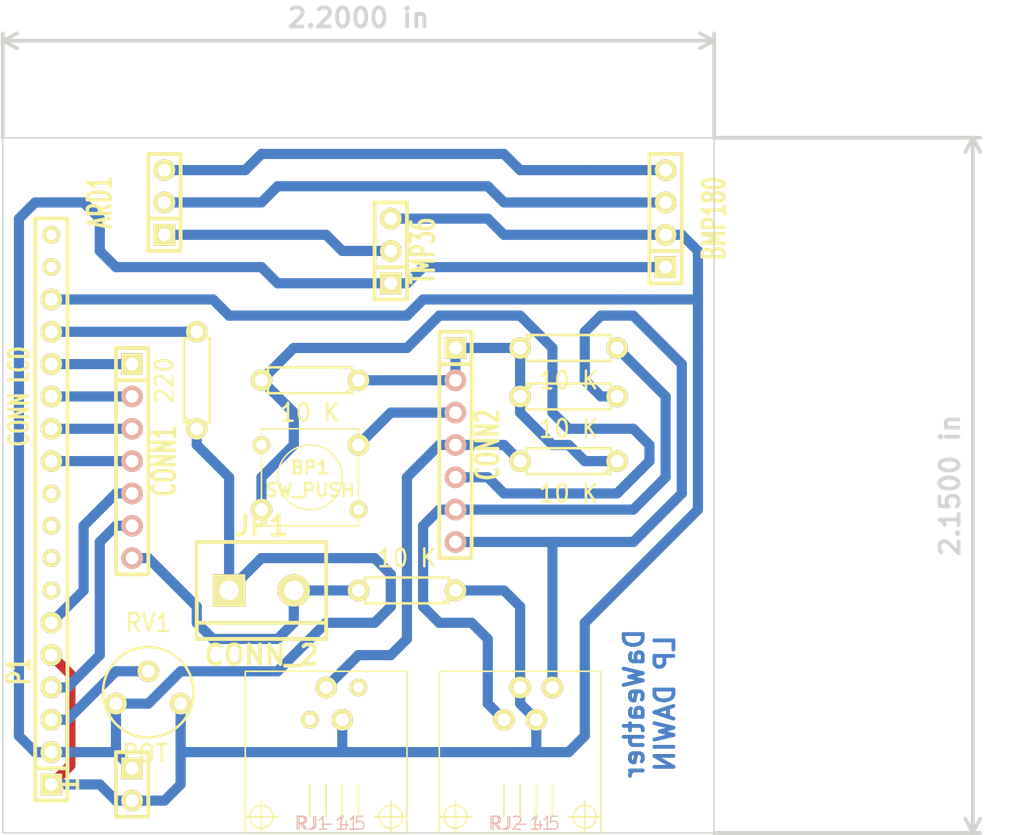
<source format=kicad_pcb>

(kicad_pcb
  (version 20171130)
  (host pcbnew "(5.1.12)-1")
  (general
    (thickness 1.6)
    (drawings 7)
    (tracks 175)
    (zones 0)
    (modules 18)
    (nets 21))
  (page A3)
  (layers
    (0 Dessus.Cu signal)
    (31 Dessous.Cu signal)
    (32 B.Adhes user)
    (33 F.Adhes user)
    (34 B.Paste user)
    (35 F.Paste user)
    (36 B.SilkS user)
    (37 F.SilkS user)
    (38 B.Mask user)
    (39 F.Mask user)
    (40 Dwgs.User user)
    (41 Cmts.User user)
    (42 Eco1.User user)
    (43 Eco2.User user)
    (44 Edge.Cuts user))
  (setup
    (last_trace_width 0.8)
    (trace_clearance 0.254)
    (zone_clearance 0.508)
    (zone_45_only no)
    (trace_min 0.254)
    (via_size 0.889)
    (via_drill 0.635)
    (via_min_size 0.889)
    (via_min_drill 0.508)
    (uvia_size 0.508)
    (uvia_drill 0.127)
    (uvias_allowed no)
    (uvia_min_size 0.508)
    (uvia_min_drill 0.127)
    (edge_width 0.1)
    (segment_width 0.2)
    (pcb_text_width 0.3)
    (pcb_text_size 1.5 1.5)
    (mod_edge_width 0.15)
    (mod_text_size 1 1)
    (mod_text_width 0.15)
    (pad_size 1.7 1.7)
    (pad_drill 1)
    (pad_to_mask_clearance 0)
    (aux_axis_origin 0 0)
    (visible_elements 7FFFFFFF)
    (pcbplotparams
      (layerselection 0x00030_ffffffff)
      (usegerberextensions true)
      (usegerberattributes true)
      (usegerberadvancedattributes true)
      (creategerberjobfile true)
      (excludeedgelayer true)
      (linewidth 0.15)
      (plotframeref false)
      (viasonmask false)
      (mode 1)
      (useauxorigin false)
      (hpglpennumber 1)
      (hpglpenspeed 20)
      (hpglpendiameter 15.0)
      (psnegative false)
      (psa4output false)
      (plotreference true)
      (plotvalue true)
      (plotinvisibletext false)
      (padsonsilk false)
      (subtractmaskfromsilk false)
      (outputformat 1)
      (mirror false)
      (drillshape 1)
      (scaleselection 1)
      (outputdirectory "")))
  (net 0 "")
  (net 1 N-000001)
  (net 2 N-0000010)
  (net 3 N-0000011)
  (net 4 N-0000012)
  (net 5 N-0000013)
  (net 6 N-0000015)
  (net 7 N-0000016)
  (net 8 N-0000017)
  (net 9 N-0000018)
  (net 10 N-0000019)
  (net 11 N-000002)
  (net 12 N-0000020)
  (net 13 N-0000021)
  (net 14 N-0000022)
  (net 15 N-0000027)
  (net 16 N-000003)
  (net 17 N-000004)
  (net 18 N-000005)
  (net 19 N-000006)
  (net 20 N-000009)
  (net_class Default "Ceci est la Netclass par défaut"
    (clearance 0.254)
    (trace_width 0.8)
    (via_dia 0.889)
    (via_drill 0.635)
    (uvia_dia 0.508)
    (uvia_drill 0.127)
    (add_net N-000001)
    (add_net N-0000010)
    (add_net N-0000011)
    (add_net N-0000012)
    (add_net N-0000013)
    (add_net N-0000015)
    (add_net N-0000016)
    (add_net N-0000017)
    (add_net N-0000018)
    (add_net N-0000019)
    (add_net N-000002)
    (add_net N-0000020)
    (add_net N-0000021)
    (add_net N-0000022)
    (add_net N-0000027)
    (add_net N-000003)
    (add_net N-000004)
    (add_net N-000005)
    (add_net N-000006)
    (add_net N-000009))
  (module SW_PUSH_SMALL
    (layer Dessus.Cu)
    (tedit 54C9627A)
    (tstamp 54C90043)
    (at 97.79 81.28)
    (path /54C8C291)
    (fp_text reference BP1
      (at 0 -0.762)
      (layer F.SilkS)
      (effects
        (font
          (size 1.016 1.016)
          (thickness 0.2032))))
    (fp_text value SW_PUSH
      (at 0 1.016)
      (layer F.SilkS)
      (effects
        (font
          (size 1.016 1.016)
          (thickness 0.2032))))
    (fp_line
      (start -3.81 -3.81)
      (end -3.81 3.81)
      (layer F.SilkS)
      (width 0.127))
    (fp_line
      (start 3.81 3.81)
      (end -3.81 3.81)
      (layer F.SilkS)
      (width 0.127))
    (fp_line
      (start 3.81 -3.81)
      (end 3.81 3.81)
      (layer F.SilkS)
      (width 0.127))
    (fp_line
      (start -3.81 -3.81)
      (end 3.81 -3.81)
      (layer F.SilkS)
      (width 0.127))
    (fp_circle
      (center 0 0)
      (end 0 -2.54)
      (layer F.SilkS)
      (width 0.127))
    (pad 1 thru_hole circle
      (at 3.81 -2.54)
      (size 1.7 1.7)
      (drill 1)
      (layers *.Cu *.Mask F.SilkS)
      (net 18 N-000005))
    (pad 2 thru_hole circle
      (at 3.81 2.54)
      (size 1.397 1.397)
      (drill 0.8128)
      (layers *.Cu *.Mask F.SilkS))
    (pad 1 thru_hole circle
      (at -3.81 -2.54)
      (size 1.397 1.397)
      (drill 0.8128)
      (layers *.Cu *.Mask F.SilkS))
    (pad 2 thru_hole circle
      (at -3.81 2.54)
      (size 1.7 1.7)
      (drill 1)
      (layers *.Cu *.Mask F.SilkS)
      (net 11 N-000002)))
  (module SIL-7
    (layer Dessus.Cu)
    (tedit 54C96456)
    (tstamp 54C90055)
    (at 109.22 78.74 270)
    (descr "Connecteur 7 pins")
    (tags "CONN DEV")
    (path /54C8DBB2)
    (fp_text reference CONN2
      (at 0 -2.54 270)
      (layer F.SilkS)
      (effects
        (font
          (size 1.72974 1.08712)
          (thickness 0.3048))))
    (fp_text value CONN_7
      (at 0 2.54 270)
      (layer F.SilkS) hide
      (effects
        (font
          (size 1.524 1.016)
          (thickness 0.3048))))
    (fp_line
      (start -6.35 1.27)
      (end -6.35 -1.27)
      (layer F.SilkS)
      (width 0.3048))
    (fp_line
      (start -6.35 1.27)
      (end -6.35 1.27)
      (layer F.SilkS)
      (width 0.3048))
    (fp_line
      (start -8.89 1.27)
      (end -8.89 -1.27)
      (layer F.SilkS)
      (width 0.3048))
    (fp_line
      (start 8.89 1.27)
      (end -8.89 1.27)
      (layer F.SilkS)
      (width 0.3048))
    (fp_line
      (start 8.89 -1.27)
      (end 8.89 1.27)
      (layer F.SilkS)
      (width 0.3048))
    (fp_line
      (start -8.89 -1.27)
      (end 8.89 -1.27)
      (layer F.SilkS)
      (width 0.3048))
    (fp_line
      (start -8.89 -1.27)
      (end -8.89 -1.27)
      (layer F.SilkS)
      (width 0.3048))
    (pad 1 thru_hole rect
      (at -7.62 0 270)
      (size 1.7 1.7)
      (drill 1)
      (layers *.Cu *.Mask F.SilkS)
      (net 10 N-0000019))
    (pad 2 thru_hole circle
      (at -5.08 0 270)
      (size 1.7 1.7)
      (drill 1)
      (layers *.Cu *.SilkS *.Mask)
      (net 10 N-0000019))
    (pad 3 thru_hole circle
      (at -2.54 0 270)
      (size 1.7 1.7)
      (drill 1)
      (layers *.Cu *.SilkS *.Mask)
      (net 18 N-000005))
    (pad 4 thru_hole circle
      (at 0 0 270)
      (size 1.7 1.7)
      (drill 1)
      (layers *.Cu *.SilkS *.Mask)
      (net 17 N-000004))
    (pad 5 thru_hole circle
      (at 2.54 0 270)
      (size 1.7 1.7)
      (drill 1)
      (layers *.Cu *.SilkS *.Mask)
      (net 11 N-000002))
    (pad 6 thru_hole circle
      (at 5.08 0 270)
      (size 1.7 1.7)
      (drill 1)
      (layers *.Cu *.SilkS *.Mask)
      (net 1 N-000001))
    (pad 7 thru_hole circle
      (at 7.62 0 270)
      (size 1.7 1.7)
      (drill 1)
      (layers *.Cu *.SilkS *.Mask)
      (net 16 N-000003)))
  (module SIL-7
    (layer Dessus.Cu)
    (tedit 54C962FA)
    (tstamp 54C90067)
    (at 83.82 80.01 270)
    (descr "Connecteur 7 pins")
    (tags "CONN DEV")
    (path /54C8D248)
    (fp_text reference CONN1
      (at 0 -2.54 270)
      (layer F.SilkS)
      (effects
        (font
          (size 1.72974 1.08712)
          (thickness 0.3048))))
    (fp_text value CONN_7
      (at 0 -2.54 270)
      (layer F.SilkS) hide
      (effects
        (font
          (size 1.524 1.016)
          (thickness 0.3048))))
    (fp_line
      (start -6.35 1.27)
      (end -6.35 -1.27)
      (layer F.SilkS)
      (width 0.3048))
    (fp_line
      (start -6.35 1.27)
      (end -6.35 1.27)
      (layer F.SilkS)
      (width 0.3048))
    (fp_line
      (start -8.89 1.27)
      (end -8.89 -1.27)
      (layer F.SilkS)
      (width 0.3048))
    (fp_line
      (start 8.89 1.27)
      (end -8.89 1.27)
      (layer F.SilkS)
      (width 0.3048))
    (fp_line
      (start 8.89 -1.27)
      (end 8.89 1.27)
      (layer F.SilkS)
      (width 0.3048))
    (fp_line
      (start -8.89 -1.27)
      (end 8.89 -1.27)
      (layer F.SilkS)
      (width 0.3048))
    (fp_line
      (start -8.89 -1.27)
      (end -8.89 -1.27)
      (layer F.SilkS)
      (width 0.3048))
    (pad 1 thru_hole rect
      (at -7.62 0 270)
      (size 1.7 1.7)
      (drill 1)
      (layers *.Cu *.Mask F.SilkS)
      (net 7 N-0000016))
    (pad 2 thru_hole circle
      (at -5.08 0 270)
      (size 1.7 1.7)
      (drill 1)
      (layers *.Cu *.SilkS *.Mask)
      (net 8 N-0000017))
    (pad 3 thru_hole circle
      (at -2.54 0 270)
      (size 1.7 1.7)
      (drill 1)
      (layers *.Cu *.SilkS *.Mask)
      (net 15 N-0000027))
    (pad 4 thru_hole circle
      (at 0 0 270)
      (size 1.7 1.7)
      (drill 1)
      (layers *.Cu *.SilkS *.Mask)
      (net 9 N-0000018))
    (pad 5 thru_hole circle
      (at 2.54 0 270)
      (size 1.7 1.7)
      (drill 1)
      (layers *.Cu *.SilkS *.Mask)
      (net 14 N-0000022))
    (pad 6 thru_hole circle
      (at 5.08 0 270)
      (size 1.7 1.7)
      (drill 1)
      (layers *.Cu *.SilkS *.Mask)
      (net 4 N-0000012))
    (pad 7 thru_hole circle
      (at 7.62 0 270)
      (size 1.7 1.7)
      (drill 1)
      (layers *.Cu *.SilkS *.Mask)
      (net 6 N-0000015)))
  (module SIL-4
    (layer Dessus.Cu)
    (tedit 54C961F0)
    (tstamp 54C90076)
    (at 125.73 60.96 90)
    (descr "Connecteur 4 pibs")
    (tags "CONN DEV")
    (path /54C8F200)
    (fp_text reference BMP180
      (at 0 3.81 90)
      (layer F.SilkS)
      (effects
        (font
          (size 1.73482 1.08712)
          (thickness 0.3048))))
    (fp_text value CONN_4
      (at 0 -2.54 90)
      (layer F.SilkS) hide
      (effects
        (font
          (size 1.524 1.016)
          (thickness 0.3048))))
    (fp_line
      (start -2.54 1.27)
      (end -2.54 -1.27)
      (layer F.SilkS)
      (width 0.3048))
    (fp_line
      (start 5.08 1.27)
      (end -5.08 1.27)
      (layer F.SilkS)
      (width 0.3048))
    (fp_line
      (start 5.08 -1.27)
      (end 5.08 1.27)
      (layer F.SilkS)
      (width 0.3048))
    (fp_line
      (start -5.08 -1.27)
      (end 5.08 -1.27)
      (layer F.SilkS)
      (width 0.3048))
    (fp_line
      (start -5.08 -1.27)
      (end -5.08 -1.27)
      (layer F.SilkS)
      (width 0.3048))
    (fp_line
      (start -5.08 1.27)
      (end -5.08 -1.27)
      (layer F.SilkS)
      (width 0.3048))
    (fp_line
      (start -5.08 -1.27)
      (end -5.08 -1.27)
      (layer F.SilkS)
      (width 0.3048))
    (pad 1 thru_hole rect
      (at -3.81 0 90)
      (size 1.7 1.7)
      (drill 1)
      (layers *.Cu *.Mask F.SilkS)
      (net 19 N-000006))
    (pad 2 thru_hole circle
      (at -1.27 0 90)
      (size 1.7 1.7)
      (drill 1)
      (layers *.Cu *.Mask F.SilkS)
      (net 13 N-0000021))
    (pad 3 thru_hole circle
      (at 1.27 0 90)
      (size 1.7 1.7)
      (drill 1)
      (layers *.Cu *.Mask F.SilkS)
      (net 2 N-0000010))
    (pad 4 thru_hole circle
      (at 3.81 0 90)
      (size 1.7 1.7)
      (drill 1)
      (layers *.Cu *.Mask F.SilkS)
      (net 3 N-0000011)))
  (module SIL-3
    (layer Dessus.Cu)
    (tedit 54C96230)
    (tstamp 54C90082)
    (at 86.36 59.69 90)
    (descr "Connecteur 3 pins")
    (tags "CONN DEV")
    (path /54C8EE3C)
    (fp_text reference ARD1
      (at 0 -5.08 90)
      (layer F.SilkS)
      (effects
        (font
          (size 1.7907 1.07696)
          (thickness 0.3048))))
    (fp_text value CONN_3
      (at 0 -2.54 90)
      (layer F.SilkS) hide
      (effects
        (font
          (size 1.524 1.016)
          (thickness 0.3048))))
    (fp_line
      (start -1.27 -1.27)
      (end -1.27 1.27)
      (layer F.SilkS)
      (width 0.3048))
    (fp_line
      (start 3.81 1.27)
      (end -3.81 1.27)
      (layer F.SilkS)
      (width 0.3048))
    (fp_line
      (start 3.81 -1.27)
      (end 3.81 1.27)
      (layer F.SilkS)
      (width 0.3048))
    (fp_line
      (start -3.81 -1.27)
      (end 3.81 -1.27)
      (layer F.SilkS)
      (width 0.3048))
    (fp_line
      (start -3.81 1.27)
      (end -3.81 -1.27)
      (layer F.SilkS)
      (width 0.3048))
    (pad 1 thru_hole rect
      (at -2.54 0 90)
      (size 1.7 1.7)
      (drill 1)
      (layers *.Cu *.Mask F.SilkS)
      (net 20 N-000009))
    (pad 2 thru_hole circle
      (at 0 0 90)
      (size 1.7 1.7)
      (drill 1)
      (layers *.Cu *.Mask F.SilkS)
      (net 2 N-0000010))
    (pad 3 thru_hole circle
      (at 2.54 0 90)
      (size 1.7 1.7)
      (drill 1)
      (layers *.Cu *.Mask F.SilkS)
      (net 3 N-0000011)))
  (module SIL-3
    (layer Dessus.Cu)
    (tedit 54C96211)
    (tstamp 54C94F19)
    (at 104.14 63.5 90)
    (descr "Connecteur 3 pins")
    (tags "CONN DEV")
    (path /54C8ECC3)
    (fp_text reference TMP36
      (at 0 2.54 90)
      (layer F.SilkS)
      (effects
        (font
          (size 1.7907 1.07696)
          (thickness 0.3048))))
    (fp_text value CONN_3
      (at 0 -2.54 90)
      (layer F.SilkS) hide
      (effects
        (font
          (size 1.524 1.016)
          (thickness 0.3048))))
    (fp_line
      (start -1.27 -1.27)
      (end -1.27 1.27)
      (layer F.SilkS)
      (width 0.3048))
    (fp_line
      (start 3.81 1.27)
      (end -3.81 1.27)
      (layer F.SilkS)
      (width 0.3048))
    (fp_line
      (start 3.81 -1.27)
      (end 3.81 1.27)
      (layer F.SilkS)
      (width 0.3048))
    (fp_line
      (start -3.81 -1.27)
      (end 3.81 -1.27)
      (layer F.SilkS)
      (width 0.3048))
    (fp_line
      (start -3.81 1.27)
      (end -3.81 -1.27)
      (layer F.SilkS)
      (width 0.3048))
    (pad 1 thru_hole rect
      (at -2.54 0 90)
      (size 1.7 1.7)
      (drill 1)
      (layers *.Cu *.Mask F.SilkS)
      (net 19 N-000006))
    (pad 2 thru_hole circle
      (at 0 0 90)
      (size 1.7 1.7)
      (drill 1)
      (layers *.Cu *.Mask F.SilkS)
      (net 20 N-000009))
    (pad 3 thru_hole circle
      (at 2.54 0 90)
      (size 1.7 1.7)
      (drill 1)
      (layers *.Cu *.Mask F.SilkS)
      (net 13 N-0000021)))
  (module SIL-2
    (layer Dessus.Cu)
    (tedit 54C963B1)
    (tstamp 54C90098)
    (at 83.82 105.41 270)
    (descr "Connecteurs 2 pins")
    (tags "CONN DEV")
    (path /54C8D258)
    (fp_text reference 1
      (at 0 5.08 270)
      (layer F.SilkS)
      (effects
        (font
          (size 1.72974 1.08712)
          (thickness 0.3048))))
    (fp_text value CONN_2
      (at 0 -2.54 270)
      (layer F.SilkS) hide
      (effects
        (font
          (size 1.524 1.016)
          (thickness 0.3048))))
    (fp_line
      (start 2.54 1.27)
      (end -2.54 1.27)
      (layer F.SilkS)
      (width 0.3048))
    (fp_line
      (start 2.54 -1.27)
      (end 2.54 1.27)
      (layer F.SilkS)
      (width 0.3048))
    (fp_line
      (start -2.54 -1.27)
      (end 2.54 -1.27)
      (layer F.SilkS)
      (width 0.3048))
    (fp_line
      (start -2.54 1.27)
      (end -2.54 -1.27)
      (layer F.SilkS)
      (width 0.3048))
    (pad 1 thru_hole rect
      (at -1.27 0 270)
      (size 1.7 1.7)
      (drill 1)
      (layers *.Cu *.Mask F.SilkS)
      (net 19 N-000006))
    (pad 2 thru_hole circle
      (at 1.27 0 270)
      (size 1.7 1.7)
      (drill 1)
      (layers *.Cu *.Mask F.SilkS)
      (net 13 N-0000021)))
  (module SIL-18
    (layer Dessus.Cu)
    (tedit 54C96333)
    (tstamp 54C94F35)
    (at 77.47 83.82 90)
    (descr "Connecteur 18 pins")
    (tags "CONN DEV")
    (path /54C8CFEE)
    (fp_text reference P1
      (at -12.7 -2.54 90)
      (layer F.SilkS)
      (effects
        (font
          (size 1.72974 1.08712)
          (thickness 0.3048))))
    (fp_text value "CONN LCD"
      (at 8.89 -2.54 90)
      (layer F.SilkS)
      (effects
        (font
          (size 1.524 1.016)
          (thickness 0.3048))))
    (fp_line
      (start -20.32 -1.27)
      (end -20.32 1.27)
      (layer F.SilkS)
      (width 0.3048))
    (fp_line
      (start -22.86 1.27)
      (end -22.86 -1.27)
      (layer F.SilkS)
      (width 0.3048))
    (fp_line
      (start 22.86 1.27)
      (end -22.86 1.27)
      (layer F.SilkS)
      (width 0.3048))
    (fp_line
      (start 22.86 -1.27)
      (end 22.86 1.27)
      (layer F.SilkS)
      (width 0.3048))
    (fp_line
      (start -22.86 -1.27)
      (end 22.86 -1.27)
      (layer F.SilkS)
      (width 0.3048))
    (pad 1 thru_hole rect
      (at -21.59 0 90)
      (size 1.7 1.7)
      (drill 1)
      (layers *.Cu *.Mask F.SilkS)
      (net 13 N-0000021))
    (pad 2 thru_hole circle
      (at -19.05 0 90)
      (size 1.7 1.7)
      (drill 1)
      (layers *.Cu *.Mask F.SilkS)
      (net 19 N-000006))
    (pad 3 thru_hole circle
      (at -16.51 0 90)
      (size 1.7 1.7)
      (drill 1)
      (layers *.Cu *.Mask F.SilkS)
      (net 12 N-0000020))
    (pad 4 thru_hole circle
      (at -13.97 0 90)
      (size 1.7 1.7)
      (drill 1)
      (layers *.Cu *.Mask F.SilkS)
      (net 4 N-0000012))
    (pad 5 thru_hole circle
      (at -11.43 0 90)
      (size 1.7 1.7)
      (drill 1)
      (layers *.Cu *.Mask F.SilkS)
      (net 13 N-0000021))
    (pad 6 thru_hole circle
      (at -8.89 0 90)
      (size 1.7 1.7)
      (drill 1)
      (layers *.Cu *.Mask F.SilkS)
      (net 14 N-0000022))
    (pad 7 thru_hole circle
      (at -6.35 0 90)
      (size 1.397 1.397)
      (drill 0.8128)
      (layers *.Cu *.Mask F.SilkS))
    (pad 8 thru_hole circle
      (at -3.81 0 90)
      (size 1.397 1.397)
      (drill 0.8128)
      (layers *.Cu *.Mask F.SilkS))
    (pad 9 thru_hole circle
      (at -1.27 0 90)
      (size 1.397 1.397)
      (drill 0.8128)
      (layers *.Cu *.Mask F.SilkS))
    (pad 10 thru_hole circle
      (at 1.27 0 90)
      (size 1.397 1.397)
      (drill 0.8128)
      (layers *.Cu *.Mask F.SilkS))
    (pad 11 thru_hole circle
      (at 3.81 0 90)
      (size 1.7 1.7)
      (drill 1)
      (layers *.Cu *.Mask F.SilkS)
      (net 9 N-0000018))
    (pad 12 thru_hole circle
      (at 6.35 0 90)
      (size 1.7 1.7)
      (drill 1)
      (layers *.Cu *.Mask F.SilkS)
      (net 15 N-0000027))
    (pad 13 thru_hole circle
      (at 8.89 0 90)
      (size 1.7 1.7)
      (drill 1)
      (layers *.Cu *.Mask F.SilkS)
      (net 8 N-0000017))
    (pad 14 thru_hole circle
      (at 11.43 0 90)
      (size 1.7 1.7)
      (drill 1)
      (layers *.Cu *.Mask F.SilkS)
      (net 7 N-0000016))
    (pad 15 thru_hole circle
      (at 13.97 0 90)
      (size 1.7 1.7)
      (drill 1)
      (layers *.Cu *.Mask F.SilkS)
      (net 5 N-0000013))
    (pad 16 thru_hole circle
      (at 16.51 0 90)
      (size 1.7 1.7)
      (drill 1)
      (layers *.Cu *.Mask F.SilkS)
      (net 13 N-0000021))
    (pad 17 thru_hole circle
      (at 19.05 0 90)
      (size 1.397 1.397)
      (drill 0.8128)
      (layers *.Cu *.Mask F.SilkS))
    (pad 18 thru_hole circle
      (at 21.59 0 90)
      (size 1.397 1.397)
      (drill 0.8128)
      (layers *.Cu *.Mask F.SilkS)))
  (module scenix4-RJ-11
    (layer Dessus.Cu)
    (tedit 54C963C7)
    (tstamp 54C900CB)
    (at 99.06 101.6 180)
    (path /54C8FB85)
    (attr virtual)
    (fp_text reference RJ1
      (at 1.143 -6.858 180)
      (layer B.SilkS)
      (effects
        (font
          (size 1.016 1.016)
          (thickness 0.0889))))
    (fp_text value RJ-11
      (at -0.127 -6.858 180)
      (layer B.SilkS)
      (effects
        (font
          (size 1.016 1.016)
          (thickness 0.0889))))
    (fp_text user 4
      (at -1.397 -6.858 180)
      (layer B.SilkS)
      (effects
        (font
          (size 1.016 1.016)
          (thickness 0.0889))))
    (fp_text user 5
      (at -2.667 -6.858 180)
      (layer B.SilkS)
      (effects
        (font
          (size 1.016 1.016)
          (thickness 0.0889))))
    (fp_line
      (start 5.08 -5.08)
      (end 5.08 -7.62)
      (layer F.SilkS)
      (width 0.127))
    (fp_line
      (start 3.81 -6.35)
      (end 6.35 -6.35)
      (layer F.SilkS)
      (width 0.127))
    (fp_line
      (start -5.08 -5.08)
      (end -5.08 -7.62)
      (layer F.SilkS)
      (width 0.127))
    (fp_line
      (start -6.35 -6.35)
      (end -3.81 -6.35)
      (layer F.SilkS)
      (width 0.127))
    (fp_line
      (start -6.35 5.08)
      (end -6.35 -7.62)
      (layer F.SilkS)
      (width 0.127))
    (fp_line
      (start 6.35 5.08)
      (end -6.35 5.08)
      (layer F.SilkS)
      (width 0.127))
    (fp_line
      (start 6.35 -7.62)
      (end 6.35 5.08)
      (layer F.SilkS)
      (width 0.127))
    (fp_line
      (start -6.35 -7.62)
      (end 6.35 -7.62)
      (layer F.SilkS)
      (width 0.127))
    (fp_line
      (start 1.27 -6.35)
      (end 1.27 -3.81)
      (layer F.SilkS)
      (width 0.127))
    (fp_line
      (start 0 -6.35)
      (end 0 -3.81)
      (layer F.SilkS)
      (width 0.127))
    (fp_line
      (start -1.27 -6.35)
      (end -1.27 -3.81)
      (layer F.SilkS)
      (width 0.127))
    (fp_line
      (start -2.54 -6.35)
      (end -2.54 -3.81)
      (layer F.SilkS)
      (width 0.127))
    (fp_circle
      (center 5.08 -6.35)
      (end 5.715 -6.985)
      (layer F.SilkS)
      (width 0.127))
    (fp_circle
      (center -5.08 -6.35)
      (end -5.715 -6.985)
      (layer F.SilkS)
      (width 0.127))
    (pad 2 thru_hole circle
      (at 1.27 1.27 180)
      (size 1.397 1.397)
      (drill 0.8128)
      (layers *.Cu F.Paste F.SilkS F.Mask))
    (pad 3 thru_hole circle
      (at 0 3.81 180)
      (size 1.7 1.7)
      (drill 1)
      (layers *.Cu F.Paste F.SilkS F.Mask)
      (net 17 N-000004))
    (pad 4 thru_hole circle
      (at -1.27 1.27 180)
      (size 1.7 1.7)
      (drill 1)
      (layers *.Cu F.Paste F.SilkS F.Mask)
      (net 13 N-0000021))
    (pad 5 thru_hole circle
      (at -2.54 3.81 180)
      (size 1.397 1.397)
      (drill 0.8128)
      (layers *.Cu F.Paste F.SilkS F.Mask)))
  (module scenix4-RJ-11
    (layer Dessus.Cu)
    (tedit 54C96401)
    (tstamp 54C900E3)
    (at 114.3 101.6 180)
    (path /54C8C2DD)
    (attr virtual)
    (fp_text reference RJ2
      (at 1.143 -6.858 180)
      (layer B.SilkS)
      (effects
        (font
          (size 1.016 1.016)
          (thickness 0.0889))))
    (fp_text value RJ-11
      (at -0.127 -6.858 180)
      (layer B.SilkS)
      (effects
        (font
          (size 1.016 1.016)
          (thickness 0.0889))))
    (fp_text user 4
      (at -1.397 -6.858 180)
      (layer B.SilkS)
      (effects
        (font
          (size 1.016 1.016)
          (thickness 0.0889))))
    (fp_text user 5
      (at -2.667 -6.858 180)
      (layer B.SilkS)
      (effects
        (font
          (size 1.016 1.016)
          (thickness 0.0889))))
    (fp_line
      (start 5.08 -5.08)
      (end 5.08 -7.62)
      (layer F.SilkS)
      (width 0.127))
    (fp_line
      (start 3.81 -6.35)
      (end 6.35 -6.35)
      (layer F.SilkS)
      (width 0.127))
    (fp_line
      (start -5.08 -5.08)
      (end -5.08 -7.62)
      (layer F.SilkS)
      (width 0.127))
    (fp_line
      (start -6.35 -6.35)
      (end -3.81 -6.35)
      (layer F.SilkS)
      (width 0.127))
    (fp_line
      (start -6.35 5.08)
      (end -6.35 -7.62)
      (layer F.SilkS)
      (width 0.127))
    (fp_line
      (start 6.35 5.08)
      (end -6.35 5.08)
      (layer F.SilkS)
      (width 0.127))
    (fp_line
      (start 6.35 -7.62)
      (end 6.35 5.08)
      (layer F.SilkS)
      (width 0.127))
    (fp_line
      (start -6.35 -7.62)
      (end 6.35 -7.62)
      (layer F.SilkS)
      (width 0.127))
    (fp_line
      (start 1.27 -6.35)
      (end 1.27 -3.81)
      (layer F.SilkS)
      (width 0.127))
    (fp_line
      (start 0 -6.35)
      (end 0 -3.81)
      (layer F.SilkS)
      (width 0.127))
    (fp_line
      (start -1.27 -6.35)
      (end -1.27 -3.81)
      (layer F.SilkS)
      (width 0.127))
    (fp_line
      (start -2.54 -6.35)
      (end -2.54 -3.81)
      (layer F.SilkS)
      (width 0.127))
    (fp_circle
      (center 5.08 -6.35)
      (end 5.715 -6.985)
      (layer F.SilkS)
      (width 0.127))
    (fp_circle
      (center -5.08 -6.35)
      (end -5.715 -6.985)
      (layer F.SilkS)
      (width 0.127))
    (pad 2 thru_hole circle
      (at 1.27 1.27 180)
      (size 1.7 1.7)
      (drill 1)
      (layers *.Cu F.Paste F.SilkS F.Mask)
      (net 1 N-000001))
    (pad 3 thru_hole circle
      (at 0 3.81 180)
      (size 1.7 1.7)
      (drill 1)
      (layers *.Cu F.Paste F.SilkS F.Mask)
      (net 13 N-0000021))
    (pad 4 thru_hole circle
      (at -1.27 1.27 180)
      (size 1.7 1.7)
      (drill 1)
      (layers *.Cu F.Paste F.SilkS F.Mask)
      (net 13 N-0000021))
    (pad 5 thru_hole circle
      (at -2.54 3.81 180)
      (size 1.7 1.7)
      (drill 1)
      (layers *.Cu F.Paste F.SilkS F.Mask)
      (net 16 N-000003)))
  (module RV2
    (layer Dessus.Cu)
    (tedit 54C96351)
    (tstamp 54C900EB)
    (at 85.09 97.79)
    (descr "Resistance variable / potentiometre")
    (tags R)
    (path /54C8F4AF)
    (autoplace_cost90 10)
    (autoplace_cost180 10)
    (fp_text reference RV1
      (at 0 -5.08)
      (layer F.SilkS)
      (effects
        (font
          (size 1.397 1.27)
          (thickness 0.2032))))
    (fp_text value POT
      (at -0.254 5.207)
      (layer F.SilkS)
      (effects
        (font
          (size 1.397 1.27)
          (thickness 0.2032))))
    (fp_circle
      (center 0 0.381)
      (end 0 -3.175)
      (layer F.SilkS)
      (width 0.2032))
    (pad 1 thru_hole circle
      (at -2.54 1.27)
      (size 1.7 1.7)
      (drill 1)
      (layers *.Cu *.Mask F.SilkS)
      (net 19 N-000006))
    (pad 2 thru_hole circle
      (at 0 -1.27)
      (size 1.7 1.7)
      (drill 1)
      (layers *.Cu *.Mask F.SilkS)
      (net 12 N-0000020))
    (pad 3 thru_hole circle
      (at 2.54 1.27)
      (size 1.7 1.7)
      (drill 1)
      (layers *.Cu *.Mask F.SilkS)
      (net 13 N-0000021))
    (model discret/adjustable_rx2.wrl
      (at
        (xyz 0 0 0))
      (scale
        (xyz 1 1 1))
      (rotate
        (xyz 0 0 0))))
  (module R3
    (layer Dessus.Cu)
    (tedit 54C96248)
    (tstamp 54C900F9)
    (at 88.9 73.66 90)
    (descr "Resitance 3 pas")
    (tags R)
    (path /54C8D0E6)
    (autoplace_cost180 10)
    (fp_text reference R6
      (at 0 0.127 90)
      (layer F.SilkS) hide
      (effects
        (font
          (size 1.397 1.27)
          (thickness 0.2032))))
    (fp_text value 220
      (at 0 -2.54 90)
      (layer F.SilkS)
      (effects
        (font
          (size 1.397 1.27)
          (thickness 0.2032))))
    (fp_line
      (start -3.302 -0.508)
      (end -2.794 -1.016)
      (layer F.SilkS)
      (width 0.2032))
    (fp_line
      (start 3.302 1.016)
      (end 3.302 0)
      (layer F.SilkS)
      (width 0.2032))
    (fp_line
      (start -3.302 1.016)
      (end 3.302 1.016)
      (layer F.SilkS)
      (width 0.2032))
    (fp_line
      (start -3.302 -1.016)
      (end -3.302 1.016)
      (layer F.SilkS)
      (width 0.2032))
    (fp_line
      (start 3.302 -1.016)
      (end -3.302 -1.016)
      (layer F.SilkS)
      (width 0.2032))
    (fp_line
      (start 3.302 0)
      (end 3.302 -1.016)
      (layer F.SilkS)
      (width 0.2032))
    (fp_line
      (start 3.81 0)
      (end 3.302 0)
      (layer F.SilkS)
      (width 0.2032))
    (fp_line
      (start -3.81 0)
      (end -3.302 0)
      (layer F.SilkS)
      (width 0.2032))
    (pad 1 thru_hole circle
      (at -3.81 0 90)
      (size 1.7 1.7)
      (drill 1)
      (layers *.Cu *.Mask F.SilkS)
      (net 19 N-000006))
    (pad 2 thru_hole circle
      (at 3.81 0 90)
      (size 1.7 1.7)
      (drill 1)
      (layers *.Cu *.Mask F.SilkS)
      (net 5 N-0000013))
    (model discret/resistor.wrl
      (at
        (xyz 0 0 0))
      (scale
        (xyz 0.3 0.3 0.3))
      (rotate
        (xyz 0 0 0))))
  (module R3
    (layer Dessus.Cu)
    (tedit 54C963D6)
    (tstamp 54C90107)
    (at 105.41 90.17 180)
    (descr "Resitance 3 pas")
    (tags R)
    (path /54C8D08F)
    (autoplace_cost180 10)
    (fp_text reference R5
      (at 0 0.127 180)
      (layer F.SilkS) hide
      (effects
        (font
          (size 1.397 1.27)
          (thickness 0.2032))))
    (fp_text value "10 K"
      (at 0 2.54 180)
      (layer F.SilkS)
      (effects
        (font
          (size 1.397 1.27)
          (thickness 0.2032))))
    (fp_line
      (start -3.302 -0.508)
      (end -2.794 -1.016)
      (layer F.SilkS)
      (width 0.2032))
    (fp_line
      (start 3.302 1.016)
      (end 3.302 0)
      (layer F.SilkS)
      (width 0.2032))
    (fp_line
      (start -3.302 1.016)
      (end 3.302 1.016)
      (layer F.SilkS)
      (width 0.2032))
    (fp_line
      (start -3.302 -1.016)
      (end -3.302 1.016)
      (layer F.SilkS)
      (width 0.2032))
    (fp_line
      (start 3.302 -1.016)
      (end -3.302 -1.016)
      (layer F.SilkS)
      (width 0.2032))
    (fp_line
      (start 3.302 0)
      (end 3.302 -1.016)
      (layer F.SilkS)
      (width 0.2032))
    (fp_line
      (start 3.81 0)
      (end 3.302 0)
      (layer F.SilkS)
      (width 0.2032))
    (fp_line
      (start -3.81 0)
      (end -3.302 0)
      (layer F.SilkS)
      (width 0.2032))
    (pad 1 thru_hole circle
      (at -3.81 0 180)
      (size 1.7 1.7)
      (drill 1)
      (layers *.Cu *.Mask F.SilkS)
      (net 13 N-0000021))
    (pad 2 thru_hole circle
      (at 3.81 0 180)
      (size 1.7 1.7)
      (drill 1)
      (layers *.Cu *.Mask F.SilkS)
      (net 6 N-0000015))
    (model discret/resistor.wrl
      (at
        (xyz 0 0 0))
      (scale
        (xyz 0.3 0.3 0.3))
      (rotate
        (xyz 0 0 0))))
  (module R3
    (layer Dessus.Cu)
    (tedit 54C9648A)
    (tstamp 54C90115)
    (at 118.11 74.93)
    (descr "Resitance 3 pas")
    (tags R)
    (path /54C8B44B)
    (autoplace_cost180 10)
    (fp_text reference R4
      (at 0 0.127)
      (layer F.SilkS) hide
      (effects
        (font
          (size 1.397 1.27)
          (thickness 0.2032))))
    (fp_text value "10 K"
      (at 0 2.54)
      (layer F.SilkS)
      (effects
        (font
          (size 1.397 1.27)
          (thickness 0.2032))))
    (fp_line
      (start -3.302 -0.508)
      (end -2.794 -1.016)
      (layer F.SilkS)
      (width 0.2032))
    (fp_line
      (start 3.302 1.016)
      (end 3.302 0)
      (layer F.SilkS)
      (width 0.2032))
    (fp_line
      (start -3.302 1.016)
      (end 3.302 1.016)
      (layer F.SilkS)
      (width 0.2032))
    (fp_line
      (start -3.302 -1.016)
      (end -3.302 1.016)
      (layer F.SilkS)
      (width 0.2032))
    (fp_line
      (start 3.302 -1.016)
      (end -3.302 -1.016)
      (layer F.SilkS)
      (width 0.2032))
    (fp_line
      (start 3.302 0)
      (end 3.302 -1.016)
      (layer F.SilkS)
      (width 0.2032))
    (fp_line
      (start 3.81 0)
      (end 3.302 0)
      (layer F.SilkS)
      (width 0.2032))
    (fp_line
      (start -3.81 0)
      (end -3.302 0)
      (layer F.SilkS)
      (width 0.2032))
    (pad 1 thru_hole circle
      (at -3.81 0)
      (size 1.7 1.7)
      (drill 1)
      (layers *.Cu *.Mask F.SilkS)
      (net 10 N-0000019))
    (pad 2 thru_hole circle
      (at 3.81 0)
      (size 1.7 1.7)
      (drill 1)
      (layers *.Cu *.Mask F.SilkS)
      (net 16 N-000003))
    (model discret/resistor.wrl
      (at
        (xyz 0 0 0))
      (scale
        (xyz 0.3 0.3 0.3))
      (rotate
        (xyz 0 0 0))))
  (module R3
    (layer Dessus.Cu)
    (tedit 54C96482)
    (tstamp 54C90123)
    (at 118.11 71.12)
    (descr "Resitance 3 pas")
    (tags R)
    (path /54C8B43C)
    (autoplace_cost180 10)
    (fp_text reference R3
      (at 0 0.127)
      (layer F.SilkS) hide
      (effects
        (font
          (size 1.397 1.27)
          (thickness 0.2032))))
    (fp_text value "10 K"
      (at 0 2.54)
      (layer F.SilkS)
      (effects
        (font
          (size 1.397 1.27)
          (thickness 0.2032))))
    (fp_line
      (start -3.302 -0.508)
      (end -2.794 -1.016)
      (layer F.SilkS)
      (width 0.2032))
    (fp_line
      (start 3.302 1.016)
      (end 3.302 0)
      (layer F.SilkS)
      (width 0.2032))
    (fp_line
      (start -3.302 1.016)
      (end 3.302 1.016)
      (layer F.SilkS)
      (width 0.2032))
    (fp_line
      (start -3.302 -1.016)
      (end -3.302 1.016)
      (layer F.SilkS)
      (width 0.2032))
    (fp_line
      (start 3.302 -1.016)
      (end -3.302 -1.016)
      (layer F.SilkS)
      (width 0.2032))
    (fp_line
      (start 3.302 0)
      (end 3.302 -1.016)
      (layer F.SilkS)
      (width 0.2032))
    (fp_line
      (start 3.81 0)
      (end 3.302 0)
      (layer F.SilkS)
      (width 0.2032))
    (fp_line
      (start -3.81 0)
      (end -3.302 0)
      (layer F.SilkS)
      (width 0.2032))
    (pad 1 thru_hole circle
      (at -3.81 0)
      (size 1.7 1.7)
      (drill 1)
      (layers *.Cu *.Mask F.SilkS)
      (net 10 N-0000019))
    (pad 2 thru_hole circle
      (at 3.81 0)
      (size 1.7 1.7)
      (drill 1)
      (layers *.Cu *.Mask F.SilkS)
      (net 1 N-000001))
    (model discret/resistor.wrl
      (at
        (xyz 0 0 0))
      (scale
        (xyz 0.3 0.3 0.3))
      (rotate
        (xyz 0 0 0))))
  (module R3
    (layer Dessus.Cu)
    (tedit 54C96463)
    (tstamp 54C90131)
    (at 118.11 80.01 180)
    (descr "Resitance 3 pas")
    (tags R)
    (path /54C8B42D)
    (autoplace_cost180 10)
    (fp_text reference R2
      (at 0 0.127 180)
      (layer F.SilkS) hide
      (effects
        (font
          (size 1.397 1.27)
          (thickness 0.2032))))
    (fp_text value "10 K"
      (at 0 -2.54 180)
      (layer F.SilkS)
      (effects
        (font
          (size 1.397 1.27)
          (thickness 0.2032))))
    (fp_line
      (start -3.302 -0.508)
      (end -2.794 -1.016)
      (layer F.SilkS)
      (width 0.2032))
    (fp_line
      (start 3.302 1.016)
      (end 3.302 0)
      (layer F.SilkS)
      (width 0.2032))
    (fp_line
      (start -3.302 1.016)
      (end 3.302 1.016)
      (layer F.SilkS)
      (width 0.2032))
    (fp_line
      (start -3.302 -1.016)
      (end -3.302 1.016)
      (layer F.SilkS)
      (width 0.2032))
    (fp_line
      (start 3.302 -1.016)
      (end -3.302 -1.016)
      (layer F.SilkS)
      (width 0.2032))
    (fp_line
      (start 3.302 0)
      (end 3.302 -1.016)
      (layer F.SilkS)
      (width 0.2032))
    (fp_line
      (start 3.81 0)
      (end 3.302 0)
      (layer F.SilkS)
      (width 0.2032))
    (fp_line
      (start -3.81 0)
      (end -3.302 0)
      (layer F.SilkS)
      (width 0.2032))
    (pad 1 thru_hole circle
      (at -3.81 0 180)
      (size 1.7 1.7)
      (drill 1)
      (layers *.Cu *.Mask F.SilkS)
      (net 10 N-0000019))
    (pad 2 thru_hole circle
      (at 3.81 0 180)
      (size 1.7 1.7)
      (drill 1)
      (layers *.Cu *.Mask F.SilkS)
      (net 17 N-000004))
    (model discret/resistor.wrl
      (at
        (xyz 0 0 0))
      (scale
        (xyz 0.3 0.3 0.3))
      (rotate
        (xyz 0 0 0))))
  (module R3
    (layer Dessus.Cu)
    (tedit 54C9625C)
    (tstamp 54C9013F)
    (at 97.79 73.66 180)
    (descr "Resitance 3 pas")
    (tags R)
    (path /54C8B41E)
    (autoplace_cost180 10)
    (fp_text reference R1
      (at 0 0.127 180)
      (layer F.SilkS) hide
      (effects
        (font
          (size 1.397 1.27)
          (thickness 0.2032))))
    (fp_text value "10 K"
      (at 0 -2.54 180)
      (layer F.SilkS)
      (effects
        (font
          (size 1.397 1.27)
          (thickness 0.2032))))
    (fp_line
      (start -3.302 -0.508)
      (end -2.794 -1.016)
      (layer F.SilkS)
      (width 0.2032))
    (fp_line
      (start 3.302 1.016)
      (end 3.302 0)
      (layer F.SilkS)
      (width 0.2032))
    (fp_line
      (start -3.302 1.016)
      (end 3.302 1.016)
      (layer F.SilkS)
      (width 0.2032))
    (fp_line
      (start -3.302 -1.016)
      (end -3.302 1.016)
      (layer F.SilkS)
      (width 0.2032))
    (fp_line
      (start 3.302 -1.016)
      (end -3.302 -1.016)
      (layer F.SilkS)
      (width 0.2032))
    (fp_line
      (start 3.302 0)
      (end 3.302 -1.016)
      (layer F.SilkS)
      (width 0.2032))
    (fp_line
      (start 3.81 0)
      (end 3.302 0)
      (layer F.SilkS)
      (width 0.2032))
    (fp_line
      (start -3.81 0)
      (end -3.302 0)
      (layer F.SilkS)
      (width 0.2032))
    (pad 1 thru_hole circle
      (at -3.81 0 180)
      (size 1.7 1.7)
      (drill 1)
      (layers *.Cu *.Mask F.SilkS)
      (net 10 N-0000019))
    (pad 2 thru_hole circle
      (at 3.81 0 180)
      (size 1.7 1.7)
      (drill 1)
      (layers *.Cu *.Mask F.SilkS)
      (net 11 N-000002))
    (model discret/resistor.wrl
      (at
        (xyz 0 0 0))
      (scale
        (xyz 0.3 0.3 0.3))
      (rotate
        (xyz 0 0 0))))
  (module bornier2
    (layer Dessus.Cu)
    (tedit 3EC0ED69)
    (tstamp 54CA4416)
    (at 93.98 90.17)
    (descr "Bornier d'alimentation 2 pins")
    (tags DEV)
    (path /54C8F7A8)
    (fp_text reference JP1
      (at 0 -5.08)
      (layer F.SilkS)
      (effects
        (font
          (size 1.524 1.524)
          (thickness 0.3048))))
    (fp_text value CONN_2
      (at 0 5.08)
      (layer F.SilkS)
      (effects
        (font
          (size 1.524 1.524)
          (thickness 0.3048))))
    (fp_line
      (start -5.08 3.81)
      (end 5.08 3.81)
      (layer F.SilkS)
      (width 0.3048))
    (fp_line
      (start -5.08 -3.81)
      (end -5.08 3.81)
      (layer F.SilkS)
      (width 0.3048))
    (fp_line
      (start 5.08 -3.81)
      (end -5.08 -3.81)
      (layer F.SilkS)
      (width 0.3048))
    (fp_line
      (start 5.08 3.81)
      (end 5.08 -3.81)
      (layer F.SilkS)
      (width 0.3048))
    (fp_line
      (start 5.08 2.54)
      (end -5.08 2.54)
      (layer F.SilkS)
      (width 0.3048))
    (pad 1 thru_hole rect
      (at -2.54 0)
      (size 2.54 2.54)
      (drill 1.524)
      (layers *.Cu *.Mask F.SilkS)
      (net 19 N-000006))
    (pad 2 thru_hole circle
      (at 2.54 0)
      (size 2.54 2.54)
      (drill 1.524)
      (layers *.Cu *.Mask F.SilkS)
      (net 6 N-0000015))
    (model device/bornier_2.wrl
      (at
        (xyz 0 0 0))
      (scale
        (xyz 1 1 1))
      (rotate
        (xyz 0 0 0))))
  (gr_text "DaWeather\nLP DAWIN\n"
    (at 124.46 99.06 90)
    (layer Dessous.Cu)
    (effects
      (font
        (size 1.5 1.5)
        (thickness 0.3))
      (justify mirror)))
  (dimension 55.88
    (width 0.3)
    (layer Edge.Cuts)
    (gr_text "55,880 mm"
      (at 101.6 45.640001)
      (layer Edge.Cuts)
      (effects
        (font
          (size 1.5 1.5)
          (thickness 0.3))))
    (feature1
      (pts
        (xy 129.54 54.61)
        (xy 129.54 44.290001)))
    (feature2
      (pts
        (xy 73.66 54.61)
        (xy 73.66 44.290001)))
    (crossbar
      (pts
        (xy 73.66 46.990001)
        (xy 129.54 46.990001)))
    (arrow1a
      (pts
        (xy 129.54 46.990001)
        (xy 128.413497 47.576421)))
    (arrow1b
      (pts
        (xy 129.54 46.990001)
        (xy 128.413497 46.403581)))
    (arrow2a
      (pts
        (xy 73.66 46.990001)
        (xy 74.786503 47.576421)))
    (arrow2b
      (pts
        (xy 73.66 46.990001)
        (xy 74.786503 46.403581))))
  (dimension 54.61
    (width 0.3)
    (layer Edge.Cuts)
    (gr_text "54,610 mm"
      (at 151.209999 81.915001 270)
      (layer Edge.Cuts)
      (effects
        (font
          (size 1.5 1.5)
          (thickness 0.3))))
    (feature1
      (pts
        (xy 129.54 109.22)
        (xy 152.559999 109.220001)))
    (feature2
      (pts
        (xy 129.54 54.61)
        (xy 152.559999 54.610001)))
    (crossbar
      (pts
        (xy 149.859999 54.610001)
        (xy 149.859999 109.220001)))
    (arrow1a
      (pts
        (xy 149.859999 109.220001)
        (xy 149.273579 108.093498)))
    (arrow1b
      (pts
        (xy 149.859999 109.220001)
        (xy 150.446419 108.093498)))
    (arrow2a
      (pts
        (xy 149.859999 54.610001)
        (xy 149.273579 55.736504)))
    (arrow2b
      (pts
        (xy 149.859999 54.610001)
        (xy 150.446419 55.736504))))
  (gr_line
    (start 129.54 109.22)
    (end 129.54 54.61)
    (angle 90)
    (layer Edge.Cuts)
    (width 0.1))
  (gr_line
    (start 73.66 109.22)
    (end 129.54 109.22)
    (angle 90)
    (layer Edge.Cuts)
    (width 0.1))
  (gr_line
    (start 73.66 54.61)
    (end 73.66 109.22)
    (angle 90)
    (layer Edge.Cuts)
    (width 0.1))
  (gr_line
    (start 73.66 54.61)
    (end 129.54 54.61)
    (angle 90)
    (layer Edge.Cuts)
    (width 0.1))
  (segment
    (start 109.22 83.82)
    (end 107.95 83.82)
    (width 0.8)
    (layer Dessous.Cu)
    (net 1))
  (segment
    (start 111.76 99.06)
    (end 113.03 100.33)
    (width 0.8)
    (layer Dessous.Cu)
    (net 1)
    (tstamp 54CA4452))
  (segment
    (start 111.76 93.98)
    (end 111.76 99.06)
    (width 0.8)
    (layer Dessous.Cu)
    (net 1)
    (tstamp 54CA4451))
  (segment
    (start 110.49 92.71)
    (end 111.76 93.98)
    (width 0.8)
    (layer Dessous.Cu)
    (net 1)
    (tstamp 54CA4450))
  (segment
    (start 107.95 92.71)
    (end 110.49 92.71)
    (width 0.8)
    (layer Dessous.Cu)
    (net 1)
    (tstamp 54CA444F))
  (segment
    (start 106.68 91.44)
    (end 107.95 92.71)
    (width 0.8)
    (layer Dessous.Cu)
    (net 1)
    (tstamp 54CA444E))
  (segment
    (start 106.68 85.09)
    (end 106.68 91.44)
    (width 0.8)
    (layer Dessous.Cu)
    (net 1)
    (tstamp 54CA444D))
  (segment
    (start 107.95 83.82)
    (end 106.68 85.09)
    (width 0.8)
    (layer Dessous.Cu)
    (net 1)
    (tstamp 54CA444C))
  (segment
    (start 109.22 83.82)
    (end 123.19 83.82)
    (width 0.8)
    (layer Dessous.Cu)
    (net 1)
    (status 10))
  (segment
    (start 125.73 74.93)
    (end 121.92 71.12)
    (width 0.8)
    (layer Dessous.Cu)
    (net 1)
    (tstamp 54C95A04)
    (status 20))
  (segment
    (start 125.73 81.28)
    (end 125.73 74.93)
    (width 0.8)
    (layer Dessous.Cu)
    (net 1)
    (tstamp 54C95A03))
  (segment
    (start 123.19 83.82)
    (end 125.73 81.28)
    (width 0.8)
    (layer Dessous.Cu)
    (net 1)
    (tstamp 54C959FF))
  (segment
    (start 125.73 59.69)
    (end 119.38 59.69)
    (width 0.8)
    (layer Dessous.Cu)
    (net 2))
  (segment
    (start 113.03 59.69)
    (end 119.38 59.69)
    (width 0.8)
    (layer Dessous.Cu)
    (net 2)
    (tstamp 54C94E4A)
    (status 20))
  (segment
    (start 111.76 58.42)
    (end 113.03 59.69)
    (width 0.8)
    (layer Dessous.Cu)
    (net 2)
    (tstamp 54C94E49))
  (segment
    (start 95.25 58.42)
    (end 111.76 58.42)
    (width 0.8)
    (layer Dessous.Cu)
    (net 2)
    (tstamp 54C94E48))
  (segment
    (start 93.98 59.69)
    (end 95.25 58.42)
    (width 0.8)
    (layer Dessous.Cu)
    (net 2)
    (tstamp 54C94E47))
  (segment
    (start 93.98 59.69)
    (end 86.36 59.69)
    (width 0.8)
    (layer Dessous.Cu)
    (net 2)
    (status 10))
  (segment
    (start 125.73 57.15)
    (end 119.38 57.15)
    (width 0.8)
    (layer Dessous.Cu)
    (net 3))
  (segment
    (start 114.3 57.15)
    (end 119.38 57.15)
    (width 0.8)
    (layer Dessous.Cu)
    (net 3)
    (tstamp 54C94E55)
    (status 20))
  (segment
    (start 113.03 55.88)
    (end 114.3 57.15)
    (width 0.8)
    (layer Dessous.Cu)
    (net 3)
    (tstamp 54C94E54))
  (segment
    (start 93.98 55.88)
    (end 113.03 55.88)
    (width 0.8)
    (layer Dessous.Cu)
    (net 3)
    (tstamp 54C94E53))
  (segment
    (start 92.71 57.15)
    (end 93.98 55.88)
    (width 0.8)
    (layer Dessous.Cu)
    (net 3)
    (tstamp 54C94E52))
  (segment
    (start 92.71 57.15)
    (end 86.36 57.15)
    (width 0.8)
    (layer Dessous.Cu)
    (net 3)
    (status 10))
  (segment
    (start 77.47 97.79)
    (end 78.74 97.79)
    (width 0.8)
    (layer Dessous.Cu)
    (net 4))
  (segment
    (start 78.74 97.79)
    (end 81.28 95.25)
    (width 0.8)
    (layer Dessous.Cu)
    (net 4)
    (tstamp 54C95CEB))
  (segment
    (start 81.28 95.25)
    (end 81.28 86.36)
    (width 0.8)
    (layer Dessous.Cu)
    (net 4)
    (tstamp 54C95CEC))
  (segment
    (start 81.28 86.36)
    (end 82.55 85.09)
    (width 0.8)
    (layer Dessous.Cu)
    (net 4)
    (tstamp 54C95CEE))
  (segment
    (start 82.55 85.09)
    (end 83.82 85.09)
    (width 0.8)
    (layer Dessous.Cu)
    (net 4)
    (tstamp 54C95CEF))
  (segment
    (start 77.47 69.85)
    (end 88.9 69.85)
    (width 0.8)
    (layer Dessous.Cu)
    (net 5)
    (status 30))
  (segment
    (start 96.52 90.17)
    (end 101.6 90.17)
    (width 0.8)
    (layer Dessous.Cu)
    (net 6))
  (segment
    (start 83.82 87.63)
    (end 85.09 87.63)
    (width 0.8)
    (layer Dessous.Cu)
    (net 6))
  (segment
    (start 96.52 92.71)
    (end 96.52 90.17)
    (width 0.8)
    (layer Dessous.Cu)
    (net 6)
    (tstamp 54CA442C))
  (segment
    (start 95.25 93.98)
    (end 96.52 92.71)
    (width 0.8)
    (layer Dessous.Cu)
    (net 6)
    (tstamp 54CA442B))
  (segment
    (start 90.17 93.98)
    (end 95.25 93.98)
    (width 0.8)
    (layer Dessous.Cu)
    (net 6)
    (tstamp 54CA442A))
  (segment
    (start 88.9 92.71)
    (end 90.17 93.98)
    (width 0.8)
    (layer Dessous.Cu)
    (net 6)
    (tstamp 54CA4429))
  (segment
    (start 88.9 91.44)
    (end 88.9 92.71)
    (width 0.8)
    (layer Dessous.Cu)
    (net 6)
    (tstamp 54CA4428))
  (segment
    (start 85.09 87.63)
    (end 88.9 91.44)
    (width 0.8)
    (layer Dessous.Cu)
    (net 6)
    (tstamp 54CA4427))
  (segment
    (start 77.47 72.39)
    (end 83.82 72.39)
    (width 0.8)
    (layer Dessous.Cu)
    (net 7)
    (status 30))
  (segment
    (start 77.47 74.93)
    (end 83.82 74.93)
    (width 0.8)
    (layer Dessous.Cu)
    (net 8)
    (status 30))
  (segment
    (start 77.47 80.01)
    (end 83.82 80.01)
    (width 0.8)
    (layer Dessous.Cu)
    (net 9)
    (status 30))
  (segment
    (start 121.92 80.01)
    (end 119.38 80.01)
    (width 0.8)
    (layer Dessous.Cu)
    (net 10)
    (status 10))
  (segment
    (start 114.3 76.2)
    (end 114.3 74.93)
    (width 0.8)
    (layer Dessous.Cu)
    (net 10)
    (tstamp 54C959DA)
    (status 20))
  (segment
    (start 116.84 78.74)
    (end 114.3 76.2)
    (width 0.8)
    (layer Dessous.Cu)
    (net 10)
    (tstamp 54C959D9))
  (segment
    (start 118.11 78.74)
    (end 116.84 78.74)
    (width 0.8)
    (layer Dessous.Cu)
    (net 10)
    (tstamp 54C959D8))
  (segment
    (start 119.38 80.01)
    (end 118.11 78.74)
    (width 0.8)
    (layer Dessous.Cu)
    (net 10)
    (tstamp 54C959D7))
  (segment
    (start 109.22 71.12)
    (end 114.3 71.12)
    (width 0.8)
    (layer Dessous.Cu)
    (net 10)
    (status 30))
  (segment
    (start 114.3 74.93)
    (end 114.3 71.12)
    (width 0.8)
    (layer Dessous.Cu)
    (net 10)
    (status 10))
  (segment
    (start 109.22 73.66)
    (end 101.6 73.66)
    (width 0.8)
    (layer Dessous.Cu)
    (net 10)
    (status 30))
  (segment
    (start 109.22 73.66)
    (end 109.22 71.12)
    (width 0.8)
    (layer Dessous.Cu)
    (net 10)
    (status 30))
  (segment
    (start 109.22 81.28)
    (end 111.76 81.28)
    (width 0.8)
    (layer Dessous.Cu)
    (net 11)
    (status 10))
  (segment
    (start 96.52 71.12)
    (end 93.98 73.66)
    (width 0.8)
    (layer Dessous.Cu)
    (net 11)
    (tstamp 54C959F8)
    (status 20))
  (segment
    (start 105.41 71.12)
    (end 96.52 71.12)
    (width 0.8)
    (layer Dessous.Cu)
    (net 11)
    (tstamp 54C959F3))
  (segment
    (start 107.95 68.58)
    (end 105.41 71.12)
    (width 0.8)
    (layer Dessous.Cu)
    (net 11)
    (tstamp 54C959F2))
  (segment
    (start 114.3 68.58)
    (end 107.95 68.58)
    (width 0.8)
    (layer Dessous.Cu)
    (net 11)
    (tstamp 54C959EF))
  (segment
    (start 116.84 71.12)
    (end 114.3 68.58)
    (width 0.8)
    (layer Dessous.Cu)
    (net 11)
    (tstamp 54C959EE))
  (segment
    (start 116.84 76.2)
    (end 116.84 71.12)
    (width 0.8)
    (layer Dessous.Cu)
    (net 11)
    (tstamp 54C959EC))
  (segment
    (start 118.11 77.47)
    (end 116.84 76.2)
    (width 0.8)
    (layer Dessous.Cu)
    (net 11)
    (tstamp 54C959EB))
  (segment
    (start 123.19 77.47)
    (end 118.11 77.47)
    (width 0.8)
    (layer Dessous.Cu)
    (net 11)
    (tstamp 54C959E6))
  (segment
    (start 124.46 78.74)
    (end 123.19 77.47)
    (width 0.8)
    (layer Dessous.Cu)
    (net 11)
    (tstamp 54C959E5))
  (segment
    (start 124.46 80.01)
    (end 124.46 78.74)
    (width 0.8)
    (layer Dessous.Cu)
    (net 11)
    (tstamp 54C959E4))
  (segment
    (start 121.92 82.55)
    (end 124.46 80.01)
    (width 0.8)
    (layer Dessous.Cu)
    (net 11)
    (tstamp 54C959E3))
  (segment
    (start 113.03 82.55)
    (end 121.92 82.55)
    (width 0.8)
    (layer Dessous.Cu)
    (net 11)
    (tstamp 54C959E2))
  (segment
    (start 111.76 81.28)
    (end 113.03 82.55)
    (width 0.8)
    (layer Dessous.Cu)
    (net 11)
    (tstamp 54C959E0))
  (segment
    (start 93.98 83.82)
    (end 93.98 81.28)
    (width 0.8)
    (layer Dessous.Cu)
    (net 11)
    (status 10))
  (segment
    (start 96.52 76.2)
    (end 93.98 73.66)
    (width 0.8)
    (layer Dessous.Cu)
    (net 11)
    (tstamp 54C9559E)
    (status 20))
  (segment
    (start 96.52 78.74)
    (end 96.52 76.2)
    (width 0.8)
    (layer Dessous.Cu)
    (net 11)
    (tstamp 54C9559D))
  (segment
    (start 93.98 81.28)
    (end 96.52 78.74)
    (width 0.8)
    (layer Dessous.Cu)
    (net 11)
    (tstamp 54C9559A))
  (segment
    (start 77.47 100.33)
    (end 78.74 100.33)
    (width 0.8)
    (layer Dessous.Cu)
    (net 12))
  (segment
    (start 78.74 100.33)
    (end 80.01 99.06)
    (width 0.8)
    (layer Dessous.Cu)
    (net 12)
    (tstamp 54C95CCB))
  (segment
    (start 80.01 99.06)
    (end 82.55 96.52)
    (width 0.8)
    (layer Dessous.Cu)
    (net 12)
    (tstamp 54C95CCC))
  (segment
    (start 82.55 96.52)
    (end 85.09 96.52)
    (width 0.8)
    (layer Dessous.Cu)
    (net 12)
    (tstamp 54C95CCD))
  (segment
    (start 124.46 67.31)
    (end 128.27 67.31)
    (width 0.8)
    (layer Dessous.Cu)
    (net 13))
  (segment
    (start 125.73 62.23)
    (end 127 62.23)
    (width 0.8)
    (layer Dessous.Cu)
    (net 13)
    (status 400000))
  (segment
    (start 127 62.23)
    (end 128.27 63.5)
    (width 0.8)
    (layer Dessous.Cu)
    (net 13)
    (tstamp 54CA4960))
  (segment
    (start 128.27 63.5)
    (end 128.27 67.31)
    (width 0.8)
    (layer Dessous.Cu)
    (net 13)
    (tstamp 54CA4961))
  (segment
    (start 128.27 67.31)
    (end 128.27 71.12)
    (width 0.8)
    (layer Dessous.Cu)
    (net 13)
    (tstamp 54CA4966))
  (segment
    (start 104.14 60.96)
    (end 111.76 60.96)
    (width 0.8)
    (layer Dessous.Cu)
    (net 13)
    (status 400000))
  (segment
    (start 113.03 62.23)
    (end 125.73 62.23)
    (width 0.8)
    (layer Dessous.Cu)
    (net 13)
    (tstamp 54CA494B)
    (status 800000))
  (segment
    (start 111.76 60.96)
    (end 113.03 62.23)
    (width 0.8)
    (layer Dessous.Cu)
    (net 13)
    (tstamp 54CA494A))
  (segment
    (start 115.57 100.33)
    (end 115.57 102.87)
    (width 0.8)
    (layer Dessous.Cu)
    (net 13))
  (segment
    (start 87.63 102.87)
    (end 87.63 105.41)
    (width 0.8)
    (layer Dessous.Cu)
    (net 13))
  (segment
    (start 86.36 106.68)
    (end 83.82 106.68)
    (width 0.8)
    (layer Dessous.Cu)
    (net 13)
    (tstamp 54CA477C))
  (segment
    (start 87.63 105.41)
    (end 86.36 106.68)
    (width 0.8)
    (layer Dessous.Cu)
    (net 13)
    (tstamp 54CA477B))
  (segment
    (start 77.47 105.41)
    (end 81.28 105.41)
    (width 0.8)
    (layer Dessous.Cu)
    (net 13))
  (segment
    (start 81.28 105.41)
    (end 82.55 106.68)
    (width 0.8)
    (layer Dessous.Cu)
    (net 13)
    (tstamp 54CA4774))
  (segment
    (start 82.55 106.68)
    (end 83.82 106.68)
    (width 0.8)
    (layer Dessous.Cu)
    (net 13)
    (tstamp 54CA4775))
  (segment
    (start 121.92 67.31)
    (end 124.46 67.31)
    (width 0.8)
    (layer Dessous.Cu)
    (net 13))
  (segment
    (start 90.17 67.31)
    (end 91.44 68.58)
    (width 0.8)
    (layer Dessous.Cu)
    (net 13)
    (tstamp 54C9512A))
  (segment
    (start 91.44 68.58)
    (end 105.41 68.58)
    (width 0.8)
    (layer Dessous.Cu)
    (net 13)
    (tstamp 54C9512B))
  (segment
    (start 105.41 68.58)
    (end 106.68 67.31)
    (width 0.8)
    (layer Dessous.Cu)
    (net 13)
    (tstamp 54C9512C))
  (segment
    (start 106.68 67.31)
    (end 121.92 67.31)
    (width 0.8)
    (layer Dessous.Cu)
    (net 13)
    (tstamp 54C9512E))
  (segment
    (start 77.47 67.31)
    (end 90.17 67.31)
    (width 0.8)
    (layer Dessous.Cu)
    (net 13)
    (status 10))
  (segment
    (start 118.11 102.87)
    (end 115.57 102.87)
    (width 0.8)
    (layer Dessous.Cu)
    (net 13)
    (tstamp 54CA447B))
  (segment
    (start 128.27 71.12)
    (end 128.27 83.82)
    (width 0.8)
    (layer Dessous.Cu)
    (net 13)
    (tstamp 54CA446F))
  (segment
    (start 128.27 83.82)
    (end 119.38 92.71)
    (width 0.8)
    (layer Dessous.Cu)
    (net 13)
    (tstamp 54CA4471))
  (segment
    (start 119.38 92.71)
    (end 119.38 101.6)
    (width 0.8)
    (layer Dessous.Cu)
    (net 13)
    (tstamp 54CA4473))
  (segment
    (start 119.38 101.6)
    (end 118.11 102.87)
    (width 0.8)
    (layer Dessous.Cu)
    (net 13)
    (tstamp 54CA4475))
  (segment
    (start 115.57 102.87)
    (end 114.3 102.87)
    (width 0.8)
    (layer Dessous.Cu)
    (net 13)
    (tstamp 54CA4920))
  (segment
    (start 100.33 102.87)
    (end 114.3 102.87)
    (width 0.8)
    (layer Dessous.Cu)
    (net 13)
    (tstamp 54C95499))
  (segment
    (start 109.22 90.17)
    (end 113.03 90.17)
    (width 0.8)
    (layer Dessous.Cu)
    (net 13))
  (segment
    (start 114.3 91.44)
    (end 114.3 97.79)
    (width 0.8)
    (layer Dessous.Cu)
    (net 13)
    (tstamp 54CA4447))
  (segment
    (start 113.03 90.17)
    (end 114.3 91.44)
    (width 0.8)
    (layer Dessous.Cu)
    (net 13)
    (tstamp 54CA4446))
  (segment
    (start 100.33 102.87)
    (end 88.9 102.87)
    (width 0.8)
    (layer Dessous.Cu)
    (net 13))
  (segment
    (start 88.9 102.87)
    (end 87.63 102.87)
    (width 0.8)
    (layer Dessous.Cu)
    (net 13)
    (tstamp 54C95CA4))
  (segment
    (start 87.63 99.06)
    (end 87.63 102.87)
    (width 0.8)
    (layer Dessous.Cu)
    (net 13))
  (segment
    (start 100.33 100.33)
    (end 100.33 102.87)
    (width 0.8)
    (layer Dessous.Cu)
    (net 13)
    (status 10))
  (segment
    (start 114.3 97.79)
    (end 114.3 99.06)
    (width 0.8)
    (layer Dessous.Cu)
    (net 13)
    (status 10))
  (segment
    (start 114.3 99.06)
    (end 115.57 100.33)
    (width 0.8)
    (layer Dessous.Cu)
    (net 13)
    (tstamp 54C9540E)
    (status 20))
  (segment
    (start 78.974001 103.905999)
    (end 77.47 105.41)
    (width 0.8)
    (layer Dessus.Cu)
    (net 13))
  (segment
    (start 78.974001 96.754001)
    (end 78.974001 103.905999)
    (width 0.8)
    (layer Dessus.Cu)
    (net 13))
  (segment
    (start 77.47 95.25)
    (end 78.974001 96.754001)
    (width 0.8)
    (layer Dessus.Cu)
    (net 13))
  (segment
    (start 77.47 92.71)
    (end 80.01 90.17)
    (width 0.8)
    (layer Dessous.Cu)
    (net 14)
    (status 10))
  (segment
    (start 82.55 82.55)
    (end 83.82 82.55)
    (width 0.8)
    (layer Dessous.Cu)
    (net 14)
    (tstamp 54C95052)
    (status 20))
  (segment
    (start 80.01 85.09)
    (end 82.55 82.55)
    (width 0.8)
    (layer Dessous.Cu)
    (net 14)
    (tstamp 54C95051))
  (segment
    (start 80.01 90.17)
    (end 80.01 85.09)
    (width 0.8)
    (layer Dessous.Cu)
    (net 14)
    (tstamp 54C95050))
  (segment
    (start 77.47 77.47)
    (end 83.82 77.47)
    (width 0.8)
    (layer Dessous.Cu)
    (net 15)
    (status 30))
  (segment
    (start 121.92 74.93)
    (end 120.65 74.93)
    (width 0.8)
    (layer Dessous.Cu)
    (net 16)
    (status 10))
  (segment
    (start 123.19 86.36)
    (end 116.84 86.36)
    (width 0.8)
    (layer Dessous.Cu)
    (net 16)
    (tstamp 54C95A1B))
  (segment
    (start 127 82.55)
    (end 123.19 86.36)
    (width 0.8)
    (layer Dessous.Cu)
    (net 16)
    (tstamp 54C95A17))
  (segment
    (start 127 72.39)
    (end 127 82.55)
    (width 0.8)
    (layer Dessous.Cu)
    (net 16)
    (tstamp 54C95A13))
  (segment
    (start 123.19 68.58)
    (end 127 72.39)
    (width 0.8)
    (layer Dessous.Cu)
    (net 16)
    (tstamp 54C95A11))
  (segment
    (start 120.65 68.58)
    (end 123.19 68.58)
    (width 0.8)
    (layer Dessous.Cu)
    (net 16)
    (tstamp 54C95A10))
  (segment
    (start 119.38 69.85)
    (end 120.65 68.58)
    (width 0.8)
    (layer Dessous.Cu)
    (net 16)
    (tstamp 54C95A0F))
  (segment
    (start 119.38 73.66)
    (end 119.38 69.85)
    (width 0.8)
    (layer Dessous.Cu)
    (net 16)
    (tstamp 54C95A0E))
  (segment
    (start 120.65 74.93)
    (end 119.38 73.66)
    (width 0.8)
    (layer Dessous.Cu)
    (net 16)
    (tstamp 54C95A0D))
  (segment
    (start 116.84 97.79)
    (end 116.84 86.36)
    (width 0.8)
    (layer Dessous.Cu)
    (net 16)
    (status 10))
  (segment
    (start 116.84 86.36)
    (end 109.22 86.36)
    (width 0.8)
    (layer Dessous.Cu)
    (net 16)
    (tstamp 54C958C9)
    (status 20))
  (segment
    (start 109.22 78.74)
    (end 107.95 78.74)
    (width 0.8)
    (layer Dessous.Cu)
    (net 17))
  (segment
    (start 100.33 96.52)
    (end 101.6 95.25)
    (width 0.8)
    (layer Dessous.Cu)
    (net 17)
    (tstamp 54CA4455))
  (segment
    (start 101.6 95.25)
    (end 104.14 95.25)
    (width 0.8)
    (layer Dessous.Cu)
    (net 17)
    (tstamp 54CA4456))
  (segment
    (start 104.14 95.25)
    (end 105.41 93.98)
    (width 0.8)
    (layer Dessous.Cu)
    (net 17)
    (tstamp 54CA4457))
  (segment
    (start 105.41 93.98)
    (end 105.41 81.28)
    (width 0.8)
    (layer Dessous.Cu)
    (net 17)
    (tstamp 54CA4458))
  (segment
    (start 105.41 81.28)
    (end 107.95 78.74)
    (width 0.8)
    (layer Dessous.Cu)
    (net 17)
    (tstamp 54CA4459))
  (segment
    (start 100.33 96.52)
    (end 99.06 97.79)
    (width 0.8)
    (layer Dessous.Cu)
    (net 17))
  (segment
    (start 109.22 78.74)
    (end 113.03 78.74)
    (width 0.8)
    (layer Dessous.Cu)
    (net 17)
    (status 10))
  (segment
    (start 113.03 78.74)
    (end 114.3 80.01)
    (width 0.8)
    (layer Dessous.Cu)
    (net 17)
    (tstamp 54C959C1)
    (status 20))
  (segment
    (start 101.6 78.74)
    (end 104.14 76.2)
    (width 0.8)
    (layer Dessous.Cu)
    (net 18)
    (status 10))
  (segment
    (start 104.14 76.2)
    (end 109.22 76.2)
    (width 0.8)
    (layer Dessous.Cu)
    (net 18)
    (tstamp 54C958D3)
    (status 20))
  (segment
    (start 104.14 66.04)
    (end 95.25 66.04)
    (width 0.8)
    (layer Dessous.Cu)
    (net 19)
    (status 400000))
  (segment
    (start 76.2 102.87)
    (end 77.47 102.87)
    (width 0.8)
    (layer Dessous.Cu)
    (net 19)
    (tstamp 54CA495C)
    (status 800000))
  (segment
    (start 74.93 101.6)
    (end 76.2 102.87)
    (width 0.8)
    (layer Dessous.Cu)
    (net 19)
    (tstamp 54CA495B))
  (segment
    (start 74.93 60.96)
    (end 74.93 101.6)
    (width 0.8)
    (layer Dessous.Cu)
    (net 19)
    (tstamp 54CA495A))
  (segment
    (start 76.2 59.69)
    (end 74.93 60.96)
    (width 0.8)
    (layer Dessous.Cu)
    (net 19)
    (tstamp 54CA4959))
  (segment
    (start 80.01 59.69)
    (end 76.2 59.69)
    (width 0.8)
    (layer Dessous.Cu)
    (net 19)
    (tstamp 54CA4958))
  (segment
    (start 81.28 60.96)
    (end 80.01 59.69)
    (width 0.8)
    (layer Dessous.Cu)
    (net 19)
    (tstamp 54CA4957))
  (segment
    (start 81.28 63.5)
    (end 81.28 60.96)
    (width 0.8)
    (layer Dessous.Cu)
    (net 19)
    (tstamp 54CA4956))
  (segment
    (start 82.55 64.77)
    (end 81.28 63.5)
    (width 0.8)
    (layer Dessous.Cu)
    (net 19)
    (tstamp 54CA4955))
  (segment
    (start 93.98 64.77)
    (end 82.55 64.77)
    (width 0.8)
    (layer Dessous.Cu)
    (net 19)
    (tstamp 54CA4954))
  (segment
    (start 95.25 66.04)
    (end 93.98 64.77)
    (width 0.8)
    (layer Dessous.Cu)
    (net 19)
    (tstamp 54CA4953))
  (segment
    (start 104.14 66.04)
    (end 105.41 66.04)
    (width 0.8)
    (layer Dessous.Cu)
    (net 19)
    (status 400000))
  (segment
    (start 106.68 64.77)
    (end 125.73 64.77)
    (width 0.8)
    (layer Dessous.Cu)
    (net 19)
    (tstamp 54CA4950)
    (status 800000))
  (segment
    (start 105.41 66.04)
    (end 106.68 64.77)
    (width 0.8)
    (layer Dessous.Cu)
    (net 19)
    (tstamp 54CA494F))
  (segment
    (start 83.82 104.14)
    (end 82.55 102.87)
    (width 0.8)
    (layer Dessous.Cu)
    (net 19))
  (segment
    (start 82.55 100.33)
    (end 82.55 102.87)
    (width 0.8)
    (layer Dessous.Cu)
    (net 19))
  (segment
    (start 82.55 99.06)
    (end 82.55 100.33)
    (width 0.8)
    (layer Dessous.Cu)
    (net 19))
  (segment
    (start 77.47 102.87)
    (end 82.55 102.87)
    (width 0.8)
    (layer Dessous.Cu)
    (net 19))
  (segment
    (start 91.44 90.17)
    (end 93.98 87.63)
    (width 0.8)
    (layer Dessous.Cu)
    (net 19))
  (segment
    (start 85.09 99.06)
    (end 82.55 99.06)
    (width 0.8)
    (layer Dessous.Cu)
    (net 19)
    (tstamp 54CA4467))
  (segment
    (start 87.63 96.52)
    (end 85.09 99.06)
    (width 0.8)
    (layer Dessous.Cu)
    (net 19)
    (tstamp 54CA4466))
  (segment
    (start 95.25 96.52)
    (end 87.63 96.52)
    (width 0.8)
    (layer Dessous.Cu)
    (net 19)
    (tstamp 54CA4465))
  (segment
    (start 99.06 92.71)
    (end 95.25 96.52)
    (width 0.8)
    (layer Dessous.Cu)
    (net 19)
    (tstamp 54CA4464))
  (segment
    (start 102.87 92.71)
    (end 99.06 92.71)
    (width 0.8)
    (layer Dessous.Cu)
    (net 19)
    (tstamp 54CA4463))
  (segment
    (start 104.14 91.44)
    (end 102.87 92.71)
    (width 0.8)
    (layer Dessous.Cu)
    (net 19)
    (tstamp 54CA4462))
  (segment
    (start 104.14 88.9)
    (end 104.14 91.44)
    (width 0.8)
    (layer Dessous.Cu)
    (net 19)
    (tstamp 54CA4461))
  (segment
    (start 102.87 87.63)
    (end 104.14 88.9)
    (width 0.8)
    (layer Dessous.Cu)
    (net 19)
    (tstamp 54CA4460))
  (segment
    (start 101.6 87.63)
    (end 102.87 87.63)
    (width 0.8)
    (layer Dessous.Cu)
    (net 19)
    (tstamp 54CA445F))
  (segment
    (start 93.98 87.63)
    (end 101.6 87.63)
    (width 0.8)
    (layer Dessous.Cu)
    (net 19)
    (tstamp 54CA445E))
  (segment
    (start 88.9 77.47)
    (end 88.9 78.74)
    (width 0.8)
    (layer Dessous.Cu)
    (net 19))
  (segment
    (start 91.44 81.28)
    (end 91.44 90.17)
    (width 0.8)
    (layer Dessous.Cu)
    (net 19)
    (tstamp 54CA4424))
  (segment
    (start 88.9 78.74)
    (end 91.44 81.28)
    (width 0.8)
    (layer Dessous.Cu)
    (net 19)
    (tstamp 54CA4423))
  (segment
    (start 104.14 63.5)
    (end 102.87 63.5)
    (width 0.8)
    (layer Dessous.Cu)
    (net 20)
    (status 400000))
  (segment
    (start 100.33 63.5)
    (end 102.87 63.5)
    (width 0.8)
    (layer Dessous.Cu)
    (net 20)
    (tstamp 54C94E59)
    (status 20))
  (segment
    (start 99.06 62.23)
    (end 100.33 63.5)
    (width 0.8)
    (layer Dessous.Cu)
    (net 20)
    (tstamp 54C94E58))
  (segment
    (start 99.06 62.23)
    (end 86.36 62.23)
    (width 0.8)
    (layer Dessous.Cu)
    (net 20)
    (status 10)))
</source>
